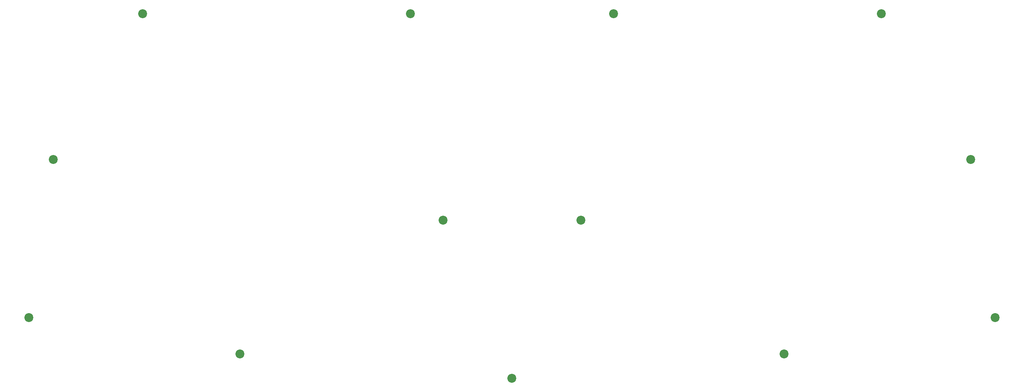
<source format=gbr>
%TF.GenerationSoftware,KiCad,Pcbnew,(5.1.10)-1*%
%TF.CreationDate,2021-09-29T15:49:19-06:00*%
%TF.ProjectId,bottom,626f7474-6f6d-42e6-9b69-6361645f7063,rev?*%
%TF.SameCoordinates,Original*%
%TF.FileFunction,Soldermask,Top*%
%TF.FilePolarity,Negative*%
%FSLAX46Y46*%
G04 Gerber Fmt 4.6, Leading zero omitted, Abs format (unit mm)*
G04 Created by KiCad (PCBNEW (5.1.10)-1) date 2021-09-29 15:49:19*
%MOMM*%
%LPD*%
G01*
G04 APERTURE LIST*
%ADD10C,2.200000*%
G04 APERTURE END LIST*
D10*
%TO.C,H13*%
X167000000Y-105000000D03*
%TD*%
%TO.C,H12*%
X133000000Y-105000000D03*
%TD*%
%TO.C,H11*%
X175000000Y-54000000D03*
%TD*%
%TO.C,H10*%
X125000000Y-54000000D03*
%TD*%
%TO.C,H9*%
X241000000Y-54000000D03*
%TD*%
%TO.C,H8*%
X59000000Y-54000000D03*
%TD*%
%TO.C,H7*%
X263000000Y-90000000D03*
%TD*%
%TO.C,H6*%
X37000000Y-90000000D03*
%TD*%
%TO.C,H5*%
X269000000Y-129000000D03*
%TD*%
%TO.C,H4*%
X31000000Y-129000000D03*
%TD*%
%TO.C,H3*%
X217000000Y-138000000D03*
%TD*%
%TO.C,H2*%
X83000000Y-138000000D03*
%TD*%
%TO.C,H1*%
X150000000Y-144000000D03*
%TD*%
M02*

</source>
